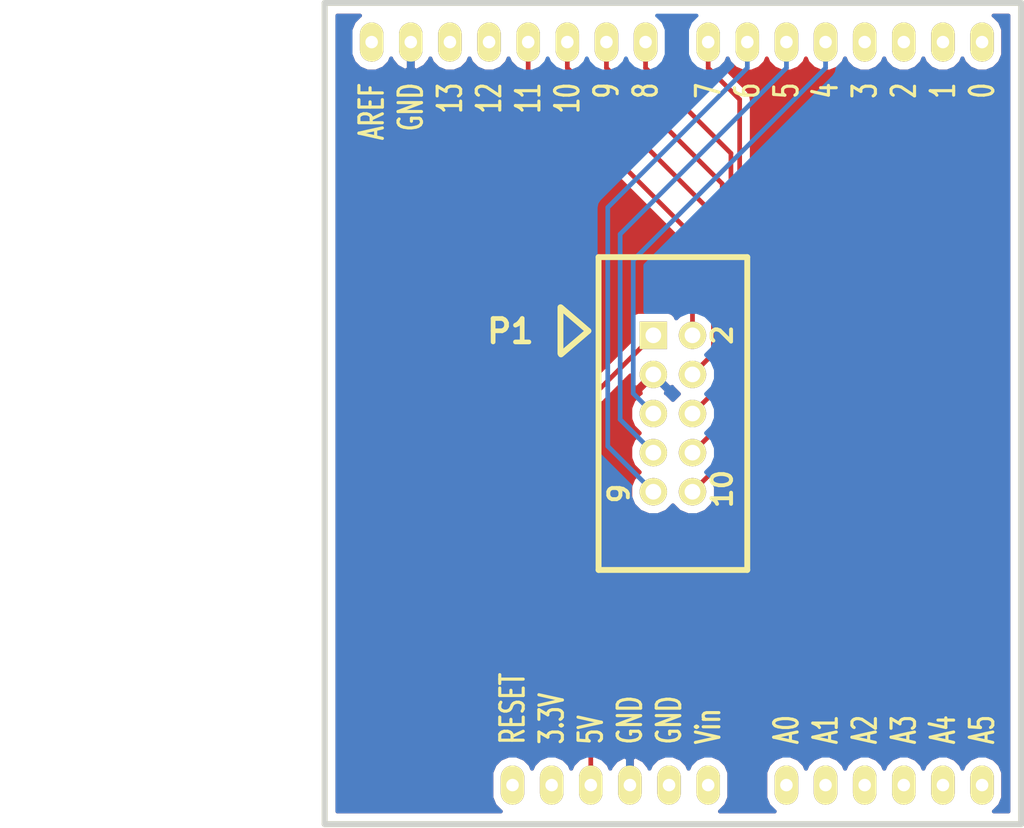
<source format=kicad_pcb>
(kicad_pcb (version 4) (host pcbnew 4.0.4-stable)

  (general
    (links 11)
    (no_connects 0)
    (area 125.60954 77.028039 192.598041 131.31654)
    (thickness 1.6002)
    (drawings 32)
    (tracks 38)
    (zones 0)
    (modules 2)
    (nets 11)
  )

  (page A4)
  (title_block
    (date "12 jun 2012")
  )

  (layers
    (0 Front signal)
    (31 Back signal)
    (32 B.Adhes user)
    (33 F.Adhes user)
    (34 B.Paste user)
    (35 F.Paste user)
    (36 B.SilkS user)
    (37 F.SilkS user)
    (38 B.Mask user)
    (39 F.Mask user)
    (40 Dwgs.User user)
    (41 Cmts.User user)
    (42 Eco1.User user)
    (43 Eco2.User user)
    (44 Edge.Cuts user)
  )

  (setup
    (last_trace_width 0.3048)
    (trace_clearance 0.254)
    (zone_clearance 0.508)
    (zone_45_only no)
    (trace_min 0.2032)
    (segment_width 0.381)
    (edge_width 0.381)
    (via_size 0.889)
    (via_drill 0.635)
    (via_min_size 0.889)
    (via_min_drill 0.508)
    (uvia_size 0.508)
    (uvia_drill 0.127)
    (uvias_allowed no)
    (uvia_min_size 0.508)
    (uvia_min_drill 0.127)
    (pcb_text_width 0.3048)
    (pcb_text_size 1.524 2.032)
    (mod_edge_width 0.381)
    (mod_text_size 1.524 1.524)
    (mod_text_width 0.3048)
    (pad_size 2.54 1.524)
    (pad_drill 0.8128)
    (pad_to_mask_clearance 0.254)
    (aux_axis_origin 0 0)
    (visible_elements 7FFFFFFF)
    (pcbplotparams
      (layerselection 0x010ff_80000001)
      (usegerberextensions true)
      (excludeedgelayer true)
      (linewidth 0.150000)
      (plotframeref false)
      (viasonmask false)
      (mode 1)
      (useauxorigin false)
      (hpglpennumber 1)
      (hpglpenspeed 20)
      (hpglpendiameter 15)
      (hpglpenoverlay 0)
      (psnegative false)
      (psa4output false)
      (plotreference true)
      (plotvalue true)
      (plotinvisibletext false)
      (padsonsilk false)
      (subtractmaskfromsilk false)
      (outputformat 1)
      (mirror false)
      (drillshape 0)
      (scaleselection 1)
      (outputdirectory gerber_shield_v2p1/))
  )

  (net 0 "")
  (net 1 /5V)
  (net 2 /BLUE)
  (net 3 /FREQ)
  (net 4 /GREEN)
  (net 5 /RED)
  (net 6 /S0)
  (net 7 /S1)
  (net 8 /S2)
  (net 9 /S3)
  (net 10 GND)

  (net_class Default "This is the default net class."
    (clearance 0.254)
    (trace_width 0.3048)
    (via_dia 0.889)
    (via_drill 0.635)
    (uvia_dia 0.508)
    (uvia_drill 0.127)
    (add_net /5V)
    (add_net /BLUE)
    (add_net /FREQ)
    (add_net /GREEN)
    (add_net /RED)
    (add_net /S0)
    (add_net /S1)
    (add_net /S2)
    (add_net /S3)
    (add_net GND)
  )

  (module arduino_shield_modified (layer Front) (tedit 4FD79372) (tstamp 4F356BF7)
    (at 126.11354 130.81254)
    (path /4F03B33E)
    (fp_text reference SHIELD1 (at 25.14346 -7.74954 90) (layer F.SilkS) hide
      (effects (font (thickness 0.3048)))
    )
    (fp_text value ARDUINO_SHIELD (at 23.23846 -10.67054 90) (layer F.SilkS) hide
      (effects (font (thickness 0.3048)))
    )
    (fp_line (start 20.828 -53.34) (end 66.04 -53.34) (layer F.SilkS) (width 0.381))
    (fp_line (start 66.04 0) (end 66.04 -53.34) (layer F.SilkS) (width 0.381))
    (fp_line (start 20.828 0) (end 66.04 0) (layer F.SilkS) (width 0.381))
    (fp_line (start 20.828 -53.34) (end 20.828 0) (layer F.SilkS) (width 0.381))
    (pad AD5 thru_hole oval (at 63.5 -2.54 90) (size 2.54 1.524) (drill 0.8128) (layers *.Cu *.Mask F.SilkS))
    (pad AD4 thru_hole oval (at 60.96 -2.54 90) (size 2.54 1.524) (drill 0.8128) (layers *.Cu *.Mask F.SilkS))
    (pad AD3 thru_hole oval (at 58.42 -2.54 90) (size 2.54 1.524) (drill 0.8128) (layers *.Cu *.Mask F.SilkS))
    (pad AD0 thru_hole oval (at 50.8 -2.54 90) (size 2.54 1.524) (drill 0.8128) (layers *.Cu *.Mask F.SilkS))
    (pad AD1 thru_hole oval (at 53.34 -2.54 90) (size 2.54 1.524) (drill 0.8128) (layers *.Cu *.Mask F.SilkS))
    (pad AD2 thru_hole oval (at 55.88 -2.54 90) (size 2.54 1.524) (drill 0.8128) (layers *.Cu *.Mask F.SilkS))
    (pad V_IN thru_hole oval (at 45.72 -2.54 90) (size 2.54 1.524) (drill 0.8128) (layers *.Cu *.Mask F.SilkS))
    (pad GND2 thru_hole oval (at 43.18 -2.54 90) (size 2.54 1.524) (drill 0.8128) (layers *.Cu *.Mask F.SilkS))
    (pad GND1 thru_hole oval (at 40.64 -2.54 90) (size 2.54 1.524) (drill 0.8128) (layers *.Cu *.Mask F.SilkS)
      (net 10 GND))
    (pad 3V3 thru_hole oval (at 35.56 -2.54 90) (size 2.54 1.524) (drill 0.8128) (layers *.Cu *.Mask F.SilkS))
    (pad RST thru_hole oval (at 33.02 -2.54 90) (size 2.54 1.524) (drill 0.8128) (layers *.Cu *.Mask F.SilkS))
    (pad 0 thru_hole oval (at 63.5 -50.8 90) (size 2.54 1.524) (drill 0.8128) (layers *.Cu *.Mask F.SilkS))
    (pad 1 thru_hole oval (at 60.96 -50.8 90) (size 2.54 1.524) (drill 0.8128) (layers *.Cu *.Mask F.SilkS))
    (pad 2 thru_hole oval (at 58.42 -50.8 90) (size 2.54 1.524) (drill 0.8128) (layers *.Cu *.Mask F.SilkS))
    (pad 3 thru_hole oval (at 55.88 -50.8 90) (size 2.54 1.524) (drill 0.8128) (layers *.Cu *.Mask F.SilkS))
    (pad 4 thru_hole oval (at 53.34 -50.8 90) (size 2.54 1.524) (drill 0.8128) (layers *.Cu *.Mask F.SilkS)
      (net 6 /S0))
    (pad 5 thru_hole oval (at 50.8 -50.8 90) (size 2.54 1.524) (drill 0.8128) (layers *.Cu *.Mask F.SilkS)
      (net 7 /S1))
    (pad 6 thru_hole oval (at 48.26 -50.8 90) (size 2.54 1.524) (drill 0.8128) (layers *.Cu *.Mask F.SilkS)
      (net 8 /S2))
    (pad 7 thru_hole oval (at 45.72 -50.8 90) (size 2.54 1.524) (drill 0.8128) (layers *.Cu *.Mask F.SilkS)
      (net 9 /S3))
    (pad 8 thru_hole oval (at 41.656 -50.8 90) (size 2.54 1.524) (drill 0.8128) (layers *.Cu *.Mask F.SilkS)
      (net 3 /FREQ))
    (pad 9 thru_hole oval (at 39.116 -50.8 90) (size 2.54 1.524) (drill 0.8128) (layers *.Cu *.Mask F.SilkS)
      (net 2 /BLUE))
    (pad 10 thru_hole oval (at 36.576 -50.8 90) (size 2.54 1.524) (drill 0.8128) (layers *.Cu *.Mask F.SilkS)
      (net 4 /GREEN))
    (pad 11 thru_hole oval (at 34.036 -50.8 90) (size 2.54 1.524) (drill 0.8128) (layers *.Cu *.Mask F.SilkS)
      (net 5 /RED))
    (pad 12 thru_hole oval (at 31.496 -50.8 90) (size 2.54 1.524) (drill 0.8128) (layers *.Cu *.Mask F.SilkS))
    (pad 13 thru_hole oval (at 28.956 -50.8 90) (size 2.54 1.524) (drill 0.8128) (layers *.Cu *.Mask F.SilkS))
    (pad GND3 thru_hole oval (at 26.416 -50.8 90) (size 2.54 1.524) (drill 0.8128) (layers *.Cu *.Mask F.SilkS)
      (net 10 GND))
    (pad AREF thru_hole oval (at 23.876 -50.8 90) (size 2.54 1.524) (drill 0.8128) (layers *.Cu *.Mask F.SilkS))
    (pad 5V thru_hole oval (at 38.1 -2.54 90) (size 2.54 1.524) (drill 0.8128) (layers *.Cu *.Mask F.SilkS)
      (net 1 /5V))
  )

  (module 5X2_SHRD_HEADER (layer Front) (tedit 4F358C4D) (tstamp 4F0B929A)
    (at 169.545 104.14 270)
    (path /4F03AC98)
    (fp_text reference P1 (at -5.33908 10.54608 360) (layer F.SilkS)
      (effects (font (thickness 0.3048)))
    )
    (fp_text value CONN_5X2 (at -0.508 -7.112 270) (layer F.SilkS) hide
      (effects (font (thickness 0.3048)))
    )
    (fp_line (start -10.16 -4.826) (end 10.16 -4.826) (layer F.SilkS) (width 0.381))
    (fp_line (start 10.16 -4.826) (end 10.16 4.826) (layer F.SilkS) (width 0.381))
    (fp_line (start 10.16 4.826) (end -10.16 4.826) (layer F.SilkS) (width 0.381))
    (fp_line (start -10.16 4.826) (end -10.16 -4.826) (layer F.SilkS) (width 0.381))
    (fp_line (start -6.90118 7.29996) (end -3.8989 7.29996) (layer F.SilkS) (width 0.381))
    (fp_text user 10 (at 4.89966 -3.2004 270) (layer F.SilkS)
      (effects (font (size 1.27 1.27) (thickness 0.254)))
    )
    (fp_text user 9 (at 5.19938 3.50012 270) (layer F.SilkS)
      (effects (font (size 1.27 1.27) (thickness 0.254)))
    )
    (fp_text user 2 (at -5.10032 -3.2004 270) (layer F.SilkS)
      (effects (font (size 1.27 1.27) (thickness 0.254)))
    )
    (fp_line (start -5.36448 5.48894) (end -6.88848 7.26694) (layer F.SilkS) (width 0.381))
    (fp_line (start -3.84048 7.2644) (end -5.36448 5.4864) (layer F.SilkS) (width 0.381))
    (pad 1 thru_hole rect (at -5.08 1.27 270) (size 1.778 1.778) (drill 1.016) (layers *.Cu *.Mask F.SilkS)
      (net 1 /5V))
    (pad 2 thru_hole circle (at -5.08 -1.27 270) (size 1.778 1.778) (drill 1.016) (layers *.Cu *.Mask F.SilkS)
      (net 5 /RED))
    (pad 3 thru_hole circle (at -2.54 1.27 270) (size 1.778 1.778) (drill 1.016) (layers *.Cu *.Mask F.SilkS)
      (net 10 GND))
    (pad 4 thru_hole circle (at -2.54 -1.27 270) (size 1.778 1.778) (drill 1.016) (layers *.Cu *.Mask F.SilkS)
      (net 4 /GREEN))
    (pad 5 thru_hole circle (at 0 1.27 270) (size 1.778 1.778) (drill 1.016) (layers *.Cu *.Mask F.SilkS)
      (net 6 /S0))
    (pad 6 thru_hole circle (at 0 -1.27 270) (size 1.778 1.778) (drill 1.016) (layers *.Cu *.Mask F.SilkS)
      (net 2 /BLUE))
    (pad 7 thru_hole circle (at 2.54 1.27 270) (size 1.778 1.778) (drill 1.016) (layers *.Cu *.Mask F.SilkS)
      (net 7 /S1))
    (pad 8 thru_hole circle (at 2.54 -1.27 270) (size 1.778 1.778) (drill 1.016) (layers *.Cu *.Mask F.SilkS)
      (net 3 /FREQ))
    (pad 9 thru_hole circle (at 5.08 1.27 270) (size 1.778 1.778) (drill 1.016) (layers *.Cu *.Mask F.SilkS)
      (net 8 /S2))
    (pad 10 thru_hole circle (at 5.08 -1.27 270) (size 1.778 1.778) (drill 1.016) (layers *.Cu *.Mask F.SilkS)
      (net 9 /S3))
  )

  (gr_text AREF (at 149.98954 82.55254 90) (layer F.SilkS)
    (effects (font (size 1.524 1.016) (thickness 0.2032)) (justify right))
  )
  (gr_text GND (at 152.52954 82.55254 90) (layer F.SilkS)
    (effects (font (size 1.524 1.016) (thickness 0.2032)) (justify right))
  )
  (gr_text 13 (at 155.06954 82.55254 90) (layer F.SilkS)
    (effects (font (size 1.524 1.016) (thickness 0.2032)) (justify right))
  )
  (gr_text 12 (at 157.60954 82.55254 90) (layer F.SilkS)
    (effects (font (size 1.524 1.016) (thickness 0.2032)) (justify right))
  )
  (gr_text 11 (at 160.14954 82.55254 90) (layer F.SilkS)
    (effects (font (size 1.524 1.016) (thickness 0.2032)) (justify right))
  )
  (gr_text 10 (at 162.68954 82.55254 90) (layer F.SilkS)
    (effects (font (size 1.524 1.016) (thickness 0.2032)) (justify right))
  )
  (gr_text 9 (at 165.22954 82.55254 90) (layer F.SilkS)
    (effects (font (size 1.524 1.016) (thickness 0.2032)) (justify right))
  )
  (gr_text 8 (at 167.76954 82.55254 90) (layer F.SilkS)
    (effects (font (size 1.524 1.016) (thickness 0.2032)) (justify right))
  )
  (gr_text 7 (at 171.83354 82.55254 90) (layer F.SilkS)
    (effects (font (size 1.524 1.016) (thickness 0.2032)) (justify right))
  )
  (gr_text 6 (at 174.37354 82.55254 90) (layer F.SilkS)
    (effects (font (size 1.524 1.016) (thickness 0.2032)) (justify right))
  )
  (gr_text 5 (at 176.91354 82.55254 90) (layer F.SilkS)
    (effects (font (size 1.524 1.016) (thickness 0.2032)) (justify right))
  )
  (gr_text 4 (at 179.45354 82.55254 90) (layer F.SilkS)
    (effects (font (size 1.524 1.016) (thickness 0.2032)) (justify right))
  )
  (gr_text 3 (at 181.99354 82.55254 90) (layer F.SilkS)
    (effects (font (size 1.524 1.016) (thickness 0.2032)) (justify right))
  )
  (gr_text 2 (at 184.53354 82.55254 90) (layer F.SilkS)
    (effects (font (size 1.524 1.016) (thickness 0.2032)) (justify right))
  )
  (gr_text 1 (at 187.07354 82.55254 90) (layer F.SilkS)
    (effects (font (size 1.524 1.016) (thickness 0.2032)) (justify right))
  )
  (gr_text 0 (at 189.61354 82.55254 90) (layer F.SilkS)
    (effects (font (size 1.524 1.016) (thickness 0.2032)) (justify right))
  )
  (gr_text RESET (at 159.13354 125.73254 90) (layer F.SilkS)
    (effects (font (size 1.524 1.016) (thickness 0.2032)) (justify left))
  )
  (gr_text 3.3V (at 161.67354 125.73254 90) (layer F.SilkS)
    (effects (font (size 1.524 1.016) (thickness 0.2032)) (justify left))
  )
  (gr_text 5V (at 164.21354 125.73254 90) (layer F.SilkS)
    (effects (font (size 1.524 1.016) (thickness 0.2032)) (justify left))
  )
  (gr_text GND (at 166.75354 125.73254 90) (layer F.SilkS)
    (effects (font (size 1.524 1.016) (thickness 0.2032)) (justify left))
  )
  (gr_text GND (at 169.29354 125.73254 90) (layer F.SilkS)
    (effects (font (size 1.524 1.016) (thickness 0.2032)) (justify left))
  )
  (gr_text Vin (at 171.83354 125.73254 90) (layer F.SilkS)
    (effects (font (size 1.524 1.016) (thickness 0.2032)) (justify left))
  )
  (gr_text A0 (at 176.91354 125.73254 90) (layer F.SilkS)
    (effects (font (size 1.524 1.016) (thickness 0.2032)) (justify left))
  )
  (gr_text A1 (at 179.45354 125.73254 90) (layer F.SilkS)
    (effects (font (size 1.524 1.016) (thickness 0.2032)) (justify left))
  )
  (gr_text A2 (at 181.99354 125.73254 90) (layer F.SilkS)
    (effects (font (size 1.524 1.016) (thickness 0.2032)) (justify left))
  )
  (gr_text A3 (at 184.53354 125.73254 90) (layer F.SilkS)
    (effects (font (size 1.524 1.016) (thickness 0.2032)) (justify left))
  )
  (gr_text A4 (at 187.07354 125.73254 90) (layer F.SilkS)
    (effects (font (size 1.524 1.016) (thickness 0.2032)) (justify left))
  )
  (gr_text A5 (at 189.61354 125.73254 90) (layer F.SilkS)
    (effects (font (size 1.524 1.016) (thickness 0.2032)) (justify left))
  )
  (gr_line (start 146.939 130.81) (end 146.939 77.47) (angle 90) (layer Edge.Cuts) (width 0.381))
  (gr_line (start 192.151 130.81) (end 146.939 130.81) (angle 90) (layer Edge.Cuts) (width 0.381))
  (gr_line (start 192.151 77.47) (end 192.151 130.81) (angle 90) (layer Edge.Cuts) (width 0.381))
  (gr_line (start 146.939 77.47) (end 192.151 77.47) (angle 90) (layer Edge.Cuts) (width 0.381))

  (segment (start 168.275 99.06) (end 164.21354 103.12146) (width 0.3048) (layer Front) (net 1))
  (segment (start 164.21354 103.12146) (end 164.21354 128.27254) (width 0.3048) (layer Front) (net 1))
  (segment (start 170.815 104.14) (end 172.7454 102.2096) (width 0.3048) (layer Front) (net 2))
  (segment (start 172.7454 102.2096) (end 172.7454 89.21242) (width 0.3048) (layer Front) (net 2))
  (segment (start 172.7454 89.21242) (end 165.22954 81.69656) (width 0.3048) (layer Front) (net 2))
  (segment (start 165.22954 80.01254) (end 165.22954 81.69656) (width 0.3048) (layer Front) (net 2))
  (segment (start 170.815 106.68) (end 173.31182 104.18318) (width 0.3048) (layer Front) (net 3))
  (segment (start 173.31182 104.18318) (end 173.31182 87.23884) (width 0.3048) (layer Front) (net 3))
  (segment (start 173.31182 87.23884) (end 167.76954 81.69656) (width 0.3048) (layer Front) (net 3))
  (segment (start 167.76954 80.01254) (end 167.76954 81.69656) (width 0.3048) (layer Front) (net 3))
  (segment (start 162.68954 80.01254) (end 162.68954 81.69656) (width 0.3048) (layer Front) (net 4))
  (segment (start 170.815 101.6) (end 172.17644 100.23856) (width 0.3048) (layer Front) (net 4))
  (segment (start 172.17644 100.23856) (end 172.17644 91.18346) (width 0.3048) (layer Front) (net 4))
  (segment (start 172.17644 91.18346) (end 162.68954 81.69656) (width 0.3048) (layer Front) (net 4))
  (segment (start 170.815 92.56522) (end 160.14954 81.89976) (width 0.3048) (layer Front) (net 5))
  (segment (start 160.14954 81.89976) (end 160.14954 80.01254) (width 0.3048) (layer Front) (net 5))
  (segment (start 170.815 99.06) (end 170.815 92.56522) (width 0.3048) (layer Front) (net 5))
  (segment (start 179.45354 80.01254) (end 179.45354 81.69656) (width 0.3048) (layer Back) (net 6))
  (segment (start 168.275 104.14) (end 166.96944 102.83444) (width 0.3048) (layer Back) (net 6))
  (segment (start 166.96944 102.83444) (end 166.96944 94.18066) (width 0.3048) (layer Back) (net 6))
  (segment (start 166.96944 94.18066) (end 179.45354 81.69656) (width 0.3048) (layer Back) (net 6))
  (segment (start 168.275 106.68) (end 166.12108 104.52608) (width 0.3048) (layer Back) (net 7))
  (segment (start 166.12108 104.52608) (end 166.12108 92.48902) (width 0.3048) (layer Back) (net 7))
  (segment (start 166.12108 92.48902) (end 176.91354 81.69656) (width 0.3048) (layer Back) (net 7))
  (segment (start 176.91354 80.01254) (end 176.91354 81.69656) (width 0.3048) (layer Back) (net 7))
  (segment (start 174.37354 80.01254) (end 174.37354 81.69656) (width 0.3048) (layer Back) (net 8))
  (segment (start 168.275 109.22) (end 165.3159 106.2609) (width 0.3048) (layer Back) (net 8))
  (segment (start 165.3159 106.2609) (end 165.3159 90.7542) (width 0.3048) (layer Back) (net 8))
  (segment (start 165.3159 90.7542) (end 174.37354 81.69656) (width 0.3048) (layer Back) (net 8))
  (segment (start 170.815 109.22) (end 173.87824 106.15676) (width 0.3048) (layer Front) (net 9))
  (segment (start 173.87824 106.15676) (end 173.87824 83.74126) (width 0.3048) (layer Front) (net 9))
  (segment (start 173.87824 83.74126) (end 171.83354 81.69656) (width 0.3048) (layer Front) (net 9))
  (segment (start 171.83354 80.01254) (end 171.83354 81.69656) (width 0.3048) (layer Front) (net 9))
  (segment (start 168.275 101.6) (end 166.75354 103.12146) (width 0.3048) (layer Front) (net 10))
  (segment (start 166.75354 103.12146) (end 166.75354 128.27254) (width 0.3048) (layer Front) (net 10))
  (segment (start 152.52954 111.30534) (end 166.75354 125.52934) (width 0.3048) (layer Back) (net 10))
  (segment (start 166.75354 125.52934) (end 166.75354 128.27254) (width 0.3048) (layer Back) (net 10))
  (segment (start 152.52954 80.01254) (end 152.52954 111.30534) (width 0.3048) (layer Back) (net 10))

  (zone (net 10) (net_name GND) (layer Back) (tstamp 4F358600) (hatch edge 0.508)
    (connect_pads (clearance 0.508))
    (min_thickness 0.254)
    (fill (arc_segments 16) (thermal_gap 0.508) (thermal_bridge_width 0.508))
    (polygon
      (pts
        (xy 191.59982 130.40106) (xy 191.59982 78.00086) (xy 147.39874 78.00086) (xy 147.39874 130.40106)
      )
    )
    (filled_polygon
      (pts
        (xy 169.93362 102.87) (xy 169.545 103.25862) (xy 169.13606 102.84968) (xy 169.08526 102.82936) (xy 169.14622 102.65156)
        (xy 168.3639 101.86924) (xy 168.275 101.78034) (xy 168.09466 101.6) (xy 168.275 101.41966) (xy 168.45534 101.6)
        (xy 168.54424 101.6889) (xy 169.32656 102.47122) (xy 169.50436 102.41026) (xy 169.52468 102.46106) (xy 169.93362 102.87)
      )
    )
    (filled_polygon
      (pts
        (xy 191.3255 129.9845) (xy 190.37808 129.9845) (xy 190.39078 129.97942) (xy 190.77432 129.59334) (xy 190.98514 129.09042)
        (xy 190.98514 128.54432) (xy 190.98514 127.4572) (xy 190.77686 126.95174) (xy 190.39078 126.5682) (xy 189.88786 126.35738)
        (xy 189.34176 126.35738) (xy 188.8363 126.56566) (xy 188.45276 126.95174) (xy 188.34354 127.21082) (xy 188.23686 126.95174)
        (xy 187.85078 126.5682) (xy 187.34786 126.35738) (xy 186.80176 126.35738) (xy 186.2963 126.56566) (xy 185.91276 126.95174)
        (xy 185.80354 127.21082) (xy 185.69686 126.95174) (xy 185.31078 126.5682) (xy 184.80786 126.35738) (xy 184.26176 126.35738)
        (xy 183.7563 126.56566) (xy 183.37276 126.95174) (xy 183.26354 127.21082) (xy 183.15686 126.95174) (xy 182.77078 126.5682)
        (xy 182.26786 126.35738) (xy 181.72176 126.35738) (xy 181.2163 126.56566) (xy 180.83276 126.95174) (xy 180.72354 127.21082)
        (xy 180.61686 126.95174) (xy 180.23078 126.5682) (xy 179.72786 126.35738) (xy 179.18176 126.35738) (xy 178.6763 126.56566)
        (xy 178.29276 126.95174) (xy 178.18354 127.21082) (xy 178.07686 126.95174) (xy 177.69078 126.5682) (xy 177.18786 126.35738)
        (xy 176.64176 126.35738) (xy 176.1363 126.56566) (xy 175.75276 126.95174) (xy 175.54194 127.45466) (xy 175.54194 128.00076)
        (xy 175.54194 129.08788) (xy 175.75022 129.59334) (xy 176.1363 129.97688) (xy 176.15408 129.9845) (xy 172.59808 129.9845)
        (xy 172.61078 129.97942) (xy 172.99432 129.59334) (xy 173.20514 129.09042) (xy 173.20514 128.54432) (xy 173.20514 127.4572)
        (xy 172.99686 126.95174) (xy 172.61078 126.5682) (xy 172.10786 126.35738) (xy 171.56176 126.35738) (xy 171.0563 126.56566)
        (xy 170.67276 126.95174) (xy 170.56354 127.21082) (xy 170.45686 126.95174) (xy 170.07078 126.5682) (xy 169.56786 126.35738)
        (xy 169.02176 126.35738) (xy 168.5163 126.56566) (xy 168.13276 126.95174) (xy 168.02354 127.20828) (xy 167.9956 127.11176)
        (xy 167.65016 126.68504) (xy 167.16756 126.42342) (xy 167.09644 126.41326) (xy 166.88054 126.53264) (xy 166.88054 128.01854)
        (xy 166.88054 128.14554) (xy 166.88054 128.39954) (xy 166.62654 128.39954) (xy 166.62654 128.14554) (xy 166.62654 128.01854)
        (xy 166.62654 126.53264) (xy 166.41064 126.41326) (xy 166.33952 126.42342) (xy 165.85692 126.68504) (xy 165.51148 127.11176)
        (xy 165.481 127.20828) (xy 165.37686 126.95174) (xy 164.99078 126.5682) (xy 164.48786 126.35738) (xy 163.94176 126.35738)
        (xy 163.4363 126.56566) (xy 163.05276 126.95174) (xy 162.94354 127.21082) (xy 162.83686 126.95174) (xy 162.45078 126.5682)
        (xy 161.94786 126.35738) (xy 161.40176 126.35738) (xy 160.8963 126.56566) (xy 160.51276 126.95174) (xy 160.40354 127.21082)
        (xy 160.29686 126.95174) (xy 159.91078 126.5682) (xy 159.40786 126.35738) (xy 158.86176 126.35738) (xy 158.3563 126.56566)
        (xy 157.97276 126.95174) (xy 157.76194 127.45466) (xy 157.76194 128.00076) (xy 157.76194 129.08788) (xy 157.97022 129.59334)
        (xy 158.3563 129.97688) (xy 158.37408 129.9845) (xy 147.7645 129.9845) (xy 147.7645 78.2955) (xy 149.23516 78.2955)
        (xy 149.2123 78.30566) (xy 148.82876 78.69174) (xy 148.61794 79.19466) (xy 148.61794 79.74076) (xy 148.61794 80.82788)
        (xy 148.82622 81.33334) (xy 149.2123 81.71688) (xy 149.71522 81.9277) (xy 150.26132 81.9277) (xy 150.76678 81.71942)
        (xy 151.15032 81.33334) (xy 151.257 81.07426) (xy 151.28748 81.17332) (xy 151.63292 81.60004) (xy 152.11552 81.86166)
        (xy 152.18664 81.87182) (xy 152.40254 81.75244) (xy 152.40254 80.26654) (xy 152.40254 80.13954) (xy 152.40254 79.88554)
        (xy 152.65654 79.88554) (xy 152.65654 80.13954) (xy 152.65654 80.26654) (xy 152.65654 81.75244) (xy 152.87244 81.87182)
        (xy 152.94356 81.86166) (xy 153.42616 81.60004) (xy 153.7716 81.17332) (xy 153.79954 81.07426) (xy 153.90622 81.33334)
        (xy 154.2923 81.71688) (xy 154.79522 81.9277) (xy 155.34132 81.9277) (xy 155.84678 81.71942) (xy 156.23032 81.33334)
        (xy 156.337 81.07172) (xy 156.44622 81.33334) (xy 156.8323 81.71688) (xy 157.33522 81.9277) (xy 157.88132 81.9277)
        (xy 158.38678 81.71942) (xy 158.77032 81.33334) (xy 158.877 81.07172) (xy 158.98622 81.33334) (xy 159.3723 81.71688)
        (xy 159.87522 81.9277) (xy 160.42132 81.9277) (xy 160.92678 81.71942) (xy 161.31032 81.33334) (xy 161.417 81.07172)
        (xy 161.52622 81.33334) (xy 161.9123 81.71688) (xy 162.41522 81.9277) (xy 162.96132 81.9277) (xy 163.46678 81.71942)
        (xy 163.85032 81.33334) (xy 163.957 81.07172) (xy 164.06622 81.33334) (xy 164.4523 81.71688) (xy 164.95522 81.9277)
        (xy 165.50132 81.9277) (xy 166.00678 81.71942) (xy 166.39032 81.33334) (xy 166.497 81.07172) (xy 166.60622 81.33334)
        (xy 166.9923 81.71688) (xy 167.49522 81.9277) (xy 168.04132 81.9277) (xy 168.54678 81.71942) (xy 168.93032 81.33334)
        (xy 169.14114 80.83042) (xy 169.14114 80.28432) (xy 169.14114 79.1972) (xy 168.93286 78.69174) (xy 168.54678 78.3082)
        (xy 168.5163 78.2955) (xy 171.07916 78.2955) (xy 171.0563 78.30566) (xy 170.67276 78.69174) (xy 170.46194 79.19466)
        (xy 170.46194 79.74076) (xy 170.46194 80.82788) (xy 170.67022 81.33334) (xy 171.0563 81.71688) (xy 171.55922 81.9277)
        (xy 172.10532 81.9277) (xy 172.61078 81.71942) (xy 172.99432 81.33334) (xy 173.101 81.07172) (xy 173.21022 81.33334)
        (xy 173.41596 81.53908) (xy 164.75964 90.19794) (xy 164.58946 90.45194) (xy 164.5285 90.7542) (xy 164.5285 106.2609)
        (xy 164.58946 106.56316) (xy 164.75964 106.81716) (xy 166.78402 108.84154) (xy 166.75354 108.91774) (xy 166.75354 109.52226)
        (xy 166.98468 110.08106) (xy 167.41394 110.51032) (xy 167.97274 110.74146) (xy 168.57726 110.74146) (xy 169.13606 110.51032)
        (xy 169.545 110.10138) (xy 169.95394 110.51032) (xy 170.51274 110.74146) (xy 171.11726 110.74146) (xy 171.67606 110.51032)
        (xy 172.10532 110.08106) (xy 172.33646 109.52226) (xy 172.33646 108.91774) (xy 172.10532 108.35894) (xy 171.69638 107.95)
        (xy 172.10532 107.54106) (xy 172.33646 106.98226) (xy 172.33646 106.37774) (xy 172.10532 105.81894) (xy 171.69638 105.41)
        (xy 172.10532 105.00106) (xy 172.33646 104.44226) (xy 172.33646 103.83774) (xy 172.10532 103.27894) (xy 171.69638 102.87)
        (xy 172.10532 102.46106) (xy 172.33646 101.90226) (xy 172.33646 101.29774) (xy 172.10532 100.73894) (xy 171.69638 100.33)
        (xy 172.10532 99.92106) (xy 172.33646 99.36226) (xy 172.33646 98.75774) (xy 172.10532 98.19894) (xy 171.67606 97.76968)
        (xy 171.11726 97.53854) (xy 170.51274 97.53854) (xy 169.95394 97.76968) (xy 169.7609 97.96018) (xy 169.69994 97.81286)
        (xy 169.52214 97.63506) (xy 169.291 97.53854) (xy 169.03954 97.53854) (xy 167.75684 97.53854) (xy 167.75684 94.50578)
        (xy 180.0098 82.25536) (xy 180.0098 82.25282) (xy 180.17998 81.99882) (xy 180.23586 81.7118) (xy 180.61432 81.33334)
        (xy 180.721 81.07172) (xy 180.83022 81.33334) (xy 181.2163 81.71688) (xy 181.71922 81.9277) (xy 182.26532 81.9277)
        (xy 182.77078 81.71942) (xy 183.15432 81.33334) (xy 183.261 81.07172) (xy 183.37022 81.33334) (xy 183.7563 81.71688)
        (xy 184.25922 81.9277) (xy 184.80532 81.9277) (xy 185.31078 81.71942) (xy 185.69432 81.33334) (xy 185.801 81.07172)
        (xy 185.91022 81.33334) (xy 186.2963 81.71688) (xy 186.79922 81.9277) (xy 187.34532 81.9277) (xy 187.85078 81.71942)
        (xy 188.23432 81.33334) (xy 188.341 81.07172) (xy 188.45022 81.33334) (xy 188.8363 81.71688) (xy 189.33922 81.9277)
        (xy 189.88532 81.9277) (xy 190.39078 81.71942) (xy 190.77432 81.33334) (xy 190.98514 80.83042) (xy 190.98514 80.28432)
        (xy 190.98514 79.1972) (xy 190.77686 78.69174) (xy 190.39078 78.3082) (xy 190.3603 78.2955) (xy 191.3255 78.2955)
        (xy 191.3255 129.9845)
      )
    )
  )
  (zone (net 10) (net_name GND) (layer Front) (tstamp 4F358629) (hatch edge 0.508)
    (connect_pads (clearance 0.508))
    (min_thickness 0.254)
    (fill (arc_segments 16) (thermal_gap 0.508) (thermal_bridge_width 0.508))
    (polygon
      (pts
        (xy 191.59982 130.40106) (xy 191.59982 78.00086) (xy 147.39874 78.00086) (xy 147.39874 130.40106)
      )
    )
    (filled_polygon
      (pts
        (xy 170.0276 97.7392) (xy 169.95394 97.76968) (xy 169.7609 97.96018) (xy 169.69994 97.81286) (xy 169.52214 97.63506)
        (xy 169.291 97.53854) (xy 169.03954 97.53854) (xy 167.26154 97.53854) (xy 167.02786 97.63506) (xy 166.85006 97.81286)
        (xy 166.75354 98.044) (xy 166.75354 98.29546) (xy 166.75354 99.46894) (xy 163.65728 102.5652) (xy 163.4871 102.8192)
        (xy 163.42614 103.12146) (xy 163.42614 126.57582) (xy 163.05276 126.95174) (xy 162.94354 127.21082) (xy 162.83686 126.95174)
        (xy 162.45078 126.5682) (xy 161.94786 126.35738) (xy 161.40176 126.35738) (xy 160.8963 126.56566) (xy 160.51276 126.95174)
        (xy 160.40354 127.21082) (xy 160.29686 126.95174) (xy 159.91078 126.5682) (xy 159.40786 126.35738) (xy 158.86176 126.35738)
        (xy 158.3563 126.56566) (xy 157.97276 126.95174) (xy 157.76194 127.45466) (xy 157.76194 128.00076) (xy 157.76194 129.08788)
        (xy 157.97022 129.59334) (xy 158.3563 129.97688) (xy 158.37408 129.9845) (xy 147.7645 129.9845) (xy 147.7645 78.2955)
        (xy 149.23516 78.2955) (xy 149.2123 78.30566) (xy 148.82876 78.69174) (xy 148.61794 79.19466) (xy 148.61794 79.74076)
        (xy 148.61794 80.82788) (xy 148.82622 81.33334) (xy 149.2123 81.71688) (xy 149.71522 81.9277) (xy 150.26132 81.9277)
        (xy 150.76678 81.71942) (xy 151.15032 81.33334) (xy 151.257 81.07426) (xy 151.28748 81.17332) (xy 151.63292 81.60004)
        (xy 152.11552 81.86166) (xy 152.18664 81.87182) (xy 152.40254 81.75244) (xy 152.40254 80.26654) (xy 152.40254 80.13954)
        (xy 152.40254 79.88554) (xy 152.65654 79.88554) (xy 152.65654 80.13954) (xy 152.65654 80.26654) (xy 152.65654 81.75244)
        (xy 152.87244 81.87182) (xy 152.94356 81.86166) (xy 153.42616 81.60004) (xy 153.7716 81.17332) (xy 153.79954 81.07426)
        (xy 153.90622 81.33334) (xy 154.2923 81.71688) (xy 154.79522 81.9277) (xy 155.34132 81.9277) (xy 155.84678 81.71942)
        (xy 156.23032 81.33334) (xy 156.337 81.07172) (xy 156.44622 81.33334) (xy 156.8323 81.71688) (xy 157.33522 81.9277)
        (xy 157.88132 81.9277) (xy 158.38678 81.71942) (xy 158.77032 81.33334) (xy 158.877 81.07172) (xy 158.98622 81.33334)
        (xy 159.36214 81.70672) (xy 159.36214 81.89976) (xy 159.4231 82.20202) (xy 159.59328 82.45602) (xy 170.0276 92.89034)
        (xy 170.0276 97.7392)
      )
    )
    (filled_polygon
      (pts
        (xy 191.3255 129.9845) (xy 190.37808 129.9845) (xy 190.39078 129.97942) (xy 190.77432 129.59334) (xy 190.98514 129.09042)
        (xy 190.98514 128.54432) (xy 190.98514 127.4572) (xy 190.77686 126.95174) (xy 190.39078 126.5682) (xy 189.88786 126.35738)
        (xy 189.34176 126.35738) (xy 188.8363 126.56566) (xy 188.45276 126.95174) (xy 188.34354 127.21082) (xy 188.23686 126.95174)
        (xy 187.85078 126.5682) (xy 187.34786 126.35738) (xy 186.80176 126.35738) (xy 186.2963 126.56566) (xy 185.91276 126.95174)
        (xy 185.80354 127.21082) (xy 185.69686 126.95174) (xy 185.31078 126.5682) (xy 184.80786 126.35738) (xy 184.26176 126.35738)
        (xy 183.7563 126.56566) (xy 183.37276 126.95174) (xy 183.26354 127.21082) (xy 183.15686 126.95174) (xy 182.77078 126.5682)
        (xy 182.26786 126.35738) (xy 181.72176 126.35738) (xy 181.2163 126.56566) (xy 180.83276 126.95174) (xy 180.72354 127.21082)
        (xy 180.61686 126.95174) (xy 180.23078 126.5682) (xy 179.72786 126.35738) (xy 179.18176 126.35738) (xy 178.6763 126.56566)
        (xy 178.29276 126.95174) (xy 178.18354 127.21082) (xy 178.07686 126.95174) (xy 177.69078 126.5682) (xy 177.18786 126.35738)
        (xy 176.64176 126.35738) (xy 176.1363 126.56566) (xy 175.75276 126.95174) (xy 175.54194 127.45466) (xy 175.54194 128.00076)
        (xy 175.54194 129.08788) (xy 175.75022 129.59334) (xy 176.1363 129.97688) (xy 176.15408 129.9845) (xy 172.59808 129.9845)
        (xy 172.61078 129.97942) (xy 172.99432 129.59334) (xy 173.20514 129.09042) (xy 173.20514 128.54432) (xy 173.20514 127.4572)
        (xy 172.99686 126.95174) (xy 172.61078 126.5682) (xy 172.10786 126.35738) (xy 171.56176 126.35738) (xy 171.0563 126.56566)
        (xy 170.67276 126.95174) (xy 170.56354 127.21082) (xy 170.45686 126.95174) (xy 170.07078 126.5682) (xy 169.56786 126.35738)
        (xy 169.02176 126.35738) (xy 168.5163 126.56566) (xy 168.13276 126.95174) (xy 168.02354 127.20828) (xy 167.9956 127.11176)
        (xy 167.65016 126.68504) (xy 167.16756 126.42342) (xy 167.09644 126.41326) (xy 166.88054 126.53264) (xy 166.88054 128.01854)
        (xy 166.88054 128.14554) (xy 166.88054 128.39954) (xy 166.62654 128.39954) (xy 166.62654 128.14554) (xy 166.62654 128.01854)
        (xy 166.62654 126.53264) (xy 166.41064 126.41326) (xy 166.33952 126.42342) (xy 165.85692 126.68504) (xy 165.51148 127.11176)
        (xy 165.481 127.20828) (xy 165.37686 126.95174) (xy 165.00094 126.57582) (xy 165.00094 103.44658) (xy 166.78148 101.6635)
        (xy 166.79672 101.96576) (xy 166.97198 102.3874) (xy 167.22344 102.47122) (xy 168.00576 101.6889) (xy 168.09466 101.6)
        (xy 168.275 101.41966) (xy 168.45534 101.6) (xy 168.54424 101.6889) (xy 169.32656 102.47122) (xy 169.50436 102.41026)
        (xy 169.52468 102.46106) (xy 169.93362 102.87) (xy 169.545 103.25862) (xy 169.13606 102.84968) (xy 169.08526 102.82936)
        (xy 169.14622 102.65156) (xy 168.275 101.78034) (xy 167.40378 102.65156) (xy 167.4622 102.82936) (xy 167.41394 102.84968)
        (xy 166.98468 103.27894) (xy 166.75354 103.83774) (xy 166.75354 104.44226) (xy 166.98468 105.00106) (xy 167.39362 105.41)
        (xy 166.98468 105.81894) (xy 166.75354 106.37774) (xy 166.75354 106.98226) (xy 166.98468 107.54106) (xy 167.39362 107.95)
        (xy 166.98468 108.35894) (xy 166.75354 108.91774) (xy 166.75354 109.52226) (xy 166.98468 110.08106) (xy 167.41394 110.51032)
        (xy 167.97274 110.74146) (xy 168.57726 110.74146) (xy 169.13606 110.51032) (xy 169.545 110.10138) (xy 169.95394 110.51032)
        (xy 170.51274 110.74146) (xy 171.11726 110.74146) (xy 171.67606 110.51032) (xy 172.10532 110.08106) (xy 172.33646 109.52226)
        (xy 172.33646 108.91774) (xy 172.30344 108.84154) (xy 174.4345 106.71556) (xy 174.4345 106.71302) (xy 174.51832 106.58602)
        (xy 174.60468 106.45902) (xy 174.60468 106.45648) (xy 174.6631 106.15676) (xy 174.66564 106.15676) (xy 174.66564 83.74126)
        (xy 174.60468 83.44154) (xy 174.60468 83.439) (xy 174.51832 83.312) (xy 174.4345 83.185) (xy 174.4345 83.18246)
        (xy 172.78858 81.53908) (xy 172.99432 81.33334) (xy 173.101 81.07172) (xy 173.21022 81.33334) (xy 173.5963 81.71688)
        (xy 174.09922 81.9277) (xy 174.64532 81.9277) (xy 175.15078 81.71942) (xy 175.53432 81.33334) (xy 175.641 81.07172)
        (xy 175.75022 81.33334) (xy 176.1363 81.71688) (xy 176.63922 81.9277) (xy 177.18532 81.9277) (xy 177.69078 81.71942)
        (xy 178.07432 81.33334) (xy 178.181 81.07172) (xy 178.29022 81.33334) (xy 178.6763 81.71688) (xy 179.17922 81.9277)
        (xy 179.72532 81.9277) (xy 180.23078 81.71942) (xy 180.61432 81.33334) (xy 180.721 81.07172) (xy 180.83022 81.33334)
        (xy 181.2163 81.71688) (xy 181.71922 81.9277) (xy 182.26532 81.9277) (xy 182.77078 81.71942) (xy 183.15432 81.33334)
        (xy 183.261 81.07172) (xy 183.37022 81.33334) (xy 183.7563 81.71688) (xy 184.25922 81.9277) (xy 184.80532 81.9277)
        (xy 185.31078 81.71942) (xy 185.69432 81.33334) (xy 185.801 81.07172) (xy 185.91022 81.33334) (xy 186.2963 81.71688)
        (xy 186.79922 81.9277) (xy 187.34532 81.9277) (xy 187.85078 81.71942) (xy 188.23432 81.33334) (xy 188.341 81.07172)
        (xy 188.45022 81.33334) (xy 188.8363 81.71688) (xy 189.33922 81.9277) (xy 189.88532 81.9277) (xy 190.39078 81.71942)
        (xy 190.77432 81.33334) (xy 190.98514 80.83042) (xy 190.98514 80.28432) (xy 190.98514 79.1972) (xy 190.77686 78.69174)
        (xy 190.39078 78.3082) (xy 190.3603 78.2955) (xy 191.3255 78.2955) (xy 191.3255 129.9845)
      )
    )
  )
)

</source>
